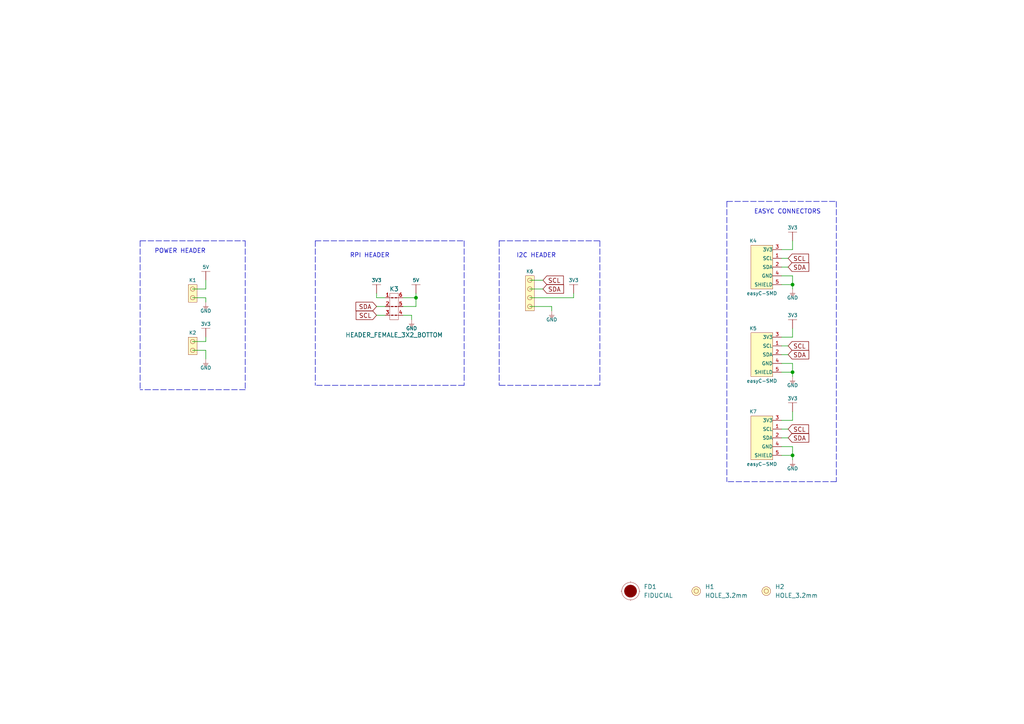
<source format=kicad_sch>
(kicad_sch (version 20211123) (generator eeschema)

  (uuid 0a5b5295-7245-4ac4-bf4a-801d704c0d6e)

  (paper "A4")

  (title_block
    (title "Raspberry Pi easyC adapter")
    (date "2021-07-12")
    (rev "V1.1.1.")
    (company "SOLDERED")
    (comment 1 "333019")
  )

  (lib_symbols
    (symbol "e-radionica.com schematics:3V3" (power) (pin_names (offset 0)) (in_bom yes) (on_board yes)
      (property "Reference" "#PWR" (id 0) (at 4.445 0 0)
        (effects (font (size 1 1)) hide)
      )
      (property "Value" "3V3" (id 1) (at 0 3.556 0)
        (effects (font (size 1 1)))
      )
      (property "Footprint" "" (id 2) (at 4.445 3.81 0)
        (effects (font (size 1 1)) hide)
      )
      (property "Datasheet" "" (id 3) (at 4.445 3.81 0)
        (effects (font (size 1 1)) hide)
      )
      (property "ki_keywords" "power-flag" (id 4) (at 0 0 0)
        (effects (font (size 1.27 1.27)) hide)
      )
      (property "ki_description" "Power symbol creates a global label with name \"+3V3\"" (id 5) (at 0 0 0)
        (effects (font (size 1.27 1.27)) hide)
      )
      (symbol "3V3_0_1"
        (polyline
          (pts
            (xy -1.27 2.54)
            (xy 1.27 2.54)
          )
          (stroke (width 0.0006) (type default) (color 0 0 0 0))
          (fill (type none))
        )
        (polyline
          (pts
            (xy 0 0)
            (xy 0 2.54)
          )
          (stroke (width 0) (type default) (color 0 0 0 0))
          (fill (type none))
        )
      )
      (symbol "3V3_1_1"
        (pin power_in line (at 0 0 90) (length 0) hide
          (name "3V3" (effects (font (size 1.27 1.27))))
          (number "1" (effects (font (size 1.27 1.27))))
        )
      )
    )
    (symbol "e-radionica.com schematics:5V" (power) (pin_names (offset 0)) (in_bom yes) (on_board yes)
      (property "Reference" "#PWR" (id 0) (at 4.445 0 0)
        (effects (font (size 1 1)) hide)
      )
      (property "Value" "5V" (id 1) (at 0 3.556 0)
        (effects (font (size 1 1)))
      )
      (property "Footprint" "" (id 2) (at 4.445 3.81 0)
        (effects (font (size 1 1)) hide)
      )
      (property "Datasheet" "" (id 3) (at 4.445 3.81 0)
        (effects (font (size 1 1)) hide)
      )
      (property "ki_keywords" "power-flag" (id 4) (at 0 0 0)
        (effects (font (size 1.27 1.27)) hide)
      )
      (property "ki_description" "Power symbol creates a global label with name \"+3V3\"" (id 5) (at 0 0 0)
        (effects (font (size 1.27 1.27)) hide)
      )
      (symbol "5V_0_1"
        (polyline
          (pts
            (xy -1.27 2.54)
            (xy 1.27 2.54)
          )
          (stroke (width 0.0006) (type default) (color 0 0 0 0))
          (fill (type none))
        )
        (polyline
          (pts
            (xy 0 0)
            (xy 0 2.54)
          )
          (stroke (width 0) (type default) (color 0 0 0 0))
          (fill (type none))
        )
      )
      (symbol "5V_1_1"
        (pin power_in line (at 0 0 90) (length 0) hide
          (name "5V" (effects (font (size 1.27 1.27))))
          (number "1" (effects (font (size 1.27 1.27))))
        )
      )
    )
    (symbol "e-radionica.com schematics:FIDUCIAL" (in_bom yes) (on_board yes)
      (property "Reference" "FD" (id 0) (at 0 3.81 0)
        (effects (font (size 1.27 1.27)))
      )
      (property "Value" "FIDUCIAL" (id 1) (at 0 -3.81 0)
        (effects (font (size 1.27 1.27)))
      )
      (property "Footprint" "e-radionica.com footprinti:FIDUCIAL_23" (id 2) (at 0.254 -5.334 0)
        (effects (font (size 1.27 1.27)) hide)
      )
      (property "Datasheet" "" (id 3) (at 0 0 0)
        (effects (font (size 1.27 1.27)) hide)
      )
      (symbol "FIDUCIAL_0_1"
        (polyline
          (pts
            (xy -2.54 0)
            (xy -2.794 0)
          )
          (stroke (width 0.0006) (type default) (color 0 0 0 0))
          (fill (type none))
        )
        (polyline
          (pts
            (xy 0 -2.54)
            (xy 0 -2.794)
          )
          (stroke (width 0.0006) (type default) (color 0 0 0 0))
          (fill (type none))
        )
        (polyline
          (pts
            (xy 0 2.54)
            (xy 0 2.794)
          )
          (stroke (width 0.0006) (type default) (color 0 0 0 0))
          (fill (type none))
        )
        (polyline
          (pts
            (xy 2.54 0)
            (xy 2.794 0)
          )
          (stroke (width 0.0006) (type default) (color 0 0 0 0))
          (fill (type none))
        )
        (circle (center 0 0) (radius 1.7961)
          (stroke (width 0.001) (type default) (color 0 0 0 0))
          (fill (type outline))
        )
        (circle (center 0 0) (radius 2.54)
          (stroke (width 0.0006) (type default) (color 0 0 0 0))
          (fill (type none))
        )
      )
    )
    (symbol "e-radionica.com schematics:GND" (power) (pin_names (offset 0)) (in_bom yes) (on_board yes)
      (property "Reference" "#PWR" (id 0) (at 4.445 0 0)
        (effects (font (size 1 1)) hide)
      )
      (property "Value" "GND" (id 1) (at 0 -2.921 0)
        (effects (font (size 1 1)))
      )
      (property "Footprint" "" (id 2) (at 4.445 3.81 0)
        (effects (font (size 1 1)) hide)
      )
      (property "Datasheet" "" (id 3) (at 4.445 3.81 0)
        (effects (font (size 1 1)) hide)
      )
      (property "ki_keywords" "power-flag" (id 4) (at 0 0 0)
        (effects (font (size 1.27 1.27)) hide)
      )
      (property "ki_description" "Power symbol creates a global label with name \"+3V3\"" (id 5) (at 0 0 0)
        (effects (font (size 1.27 1.27)) hide)
      )
      (symbol "GND_0_1"
        (polyline
          (pts
            (xy -0.762 -1.27)
            (xy 0.762 -1.27)
          )
          (stroke (width 0.0006) (type default) (color 0 0 0 0))
          (fill (type none))
        )
        (polyline
          (pts
            (xy -0.635 -1.524)
            (xy 0.635 -1.524)
          )
          (stroke (width 0.0006) (type default) (color 0 0 0 0))
          (fill (type none))
        )
        (polyline
          (pts
            (xy -0.381 -1.778)
            (xy 0.381 -1.778)
          )
          (stroke (width 0.0006) (type default) (color 0 0 0 0))
          (fill (type none))
        )
        (polyline
          (pts
            (xy -0.127 -2.032)
            (xy 0.127 -2.032)
          )
          (stroke (width 0.0006) (type default) (color 0 0 0 0))
          (fill (type none))
        )
        (polyline
          (pts
            (xy 0 0)
            (xy 0 -1.27)
          )
          (stroke (width 0.0006) (type default) (color 0 0 0 0))
          (fill (type none))
        )
      )
      (symbol "GND_1_1"
        (pin power_in line (at 0 0 270) (length 0) hide
          (name "GND" (effects (font (size 1.27 1.27))))
          (number "1" (effects (font (size 1.27 1.27))))
        )
      )
    )
    (symbol "e-radionica.com schematics:HEADER_FEMALE_3X2_BOTTOM" (in_bom yes) (on_board yes)
      (property "Reference" "K" (id 0) (at 0 -5.08 0)
        (effects (font (size 1.27 1.27)))
      )
      (property "Value" "HEADER_FEMALE_3X2_BOTTOM" (id 1) (at 0 5.08 0)
        (effects (font (size 1.27 1.27)))
      )
      (property "Footprint" "e-radionica.com footprinti:HEADER_FEMALE_3X2_BOTTOM" (id 2) (at 0 -6.35 0)
        (effects (font (size 1.27 1.27)) hide)
      )
      (property "Datasheet" "" (id 3) (at 0 0 0)
        (effects (font (size 1.27 1.27)) hide)
      )
      (symbol "HEADER_FEMALE_3X2_BOTTOM_0_1"
        (rectangle (start -1.27 3.81) (end 1.27 -3.81)
          (stroke (width 0.0006) (type default) (color 0 0 0 0))
          (fill (type none))
        )
        (polyline
          (pts
            (xy -1.27 -2.54)
            (xy -0.635 -2.54)
          )
          (stroke (width 0.0006) (type default) (color 0 0 0 0))
          (fill (type none))
        )
        (polyline
          (pts
            (xy -1.27 0)
            (xy -0.635 0)
          )
          (stroke (width 0.0006) (type default) (color 0 0 0 0))
          (fill (type none))
        )
        (polyline
          (pts
            (xy -1.27 2.54)
            (xy -0.635 2.54)
          )
          (stroke (width 0.0006) (type default) (color 0 0 0 0))
          (fill (type none))
        )
        (polyline
          (pts
            (xy -0.762 -2.54)
            (xy -0.254 -2.54)
          )
          (stroke (width 0.3) (type default) (color 0 0 0 0))
          (fill (type none))
        )
        (polyline
          (pts
            (xy -0.762 0)
            (xy -0.254 0)
          )
          (stroke (width 0.3) (type default) (color 0 0 0 0))
          (fill (type none))
        )
        (polyline
          (pts
            (xy -0.762 2.54)
            (xy -0.254 2.54)
          )
          (stroke (width 0.3) (type default) (color 0 0 0 0))
          (fill (type none))
        )
        (polyline
          (pts
            (xy 0.254 -2.54)
            (xy 0.762 -2.54)
          )
          (stroke (width 0.3) (type default) (color 0 0 0 0))
          (fill (type none))
        )
        (polyline
          (pts
            (xy 0.254 0)
            (xy 0.762 0)
          )
          (stroke (width 0.3) (type default) (color 0 0 0 0))
          (fill (type none))
        )
        (polyline
          (pts
            (xy 0.254 2.54)
            (xy 0.762 2.54)
          )
          (stroke (width 0.3) (type default) (color 0 0 0 0))
          (fill (type none))
        )
        (polyline
          (pts
            (xy 1.27 -2.54)
            (xy 0.635 -2.54)
          )
          (stroke (width 0.0006) (type default) (color 0 0 0 0))
          (fill (type none))
        )
        (polyline
          (pts
            (xy 1.27 0)
            (xy 0.635 0)
          )
          (stroke (width 0.0006) (type default) (color 0 0 0 0))
          (fill (type none))
        )
        (polyline
          (pts
            (xy 1.27 2.54)
            (xy 0.635 2.54)
          )
          (stroke (width 0.0006) (type default) (color 0 0 0 0))
          (fill (type none))
        )
      )
      (symbol "HEADER_FEMALE_3X2_BOTTOM_1_1"
        (pin passive line (at -2.54 2.54 0) (length 1.27)
          (name "~" (effects (font (size 1 1))))
          (number "1" (effects (font (size 1 1))))
        )
        (pin passive line (at -2.54 0 0) (length 1.27)
          (name "~" (effects (font (size 1 1))))
          (number "2" (effects (font (size 1 1))))
        )
        (pin passive line (at -2.54 -2.54 0) (length 1.27)
          (name "~" (effects (font (size 1 1))))
          (number "3" (effects (font (size 1 1))))
        )
        (pin passive line (at 2.54 -2.54 180) (length 1.27)
          (name "~" (effects (font (size 1 1))))
          (number "4" (effects (font (size 1 1))))
        )
        (pin passive line (at 2.54 0 180) (length 1.27)
          (name "~" (effects (font (size 1 1))))
          (number "5" (effects (font (size 1 1))))
        )
        (pin passive line (at 2.54 2.54 180) (length 1.27)
          (name "~" (effects (font (size 1 1))))
          (number "6" (effects (font (size 1 1))))
        )
      )
    )
    (symbol "e-radionica.com schematics:HEADER_MALE_2X1" (pin_numbers hide) (pin_names hide) (in_bom yes) (on_board yes)
      (property "Reference" "K" (id 0) (at -1.27 5.08 0)
        (effects (font (size 1 1)))
      )
      (property "Value" "HEADER_MALE_2X1" (id 1) (at 0 -2.54 0)
        (effects (font (size 1 1)))
      )
      (property "Footprint" "e-radionica.com footprinti:HEADER_MALE_2X1" (id 2) (at 0 0 0)
        (effects (font (size 1 1)) hide)
      )
      (property "Datasheet" "" (id 3) (at 0 0 0)
        (effects (font (size 1 1)) hide)
      )
      (symbol "HEADER_MALE_2X1_0_1"
        (circle (center 0 0) (radius 0.635)
          (stroke (width 0.0006) (type default) (color 0 0 0 0))
          (fill (type none))
        )
        (circle (center 0 2.54) (radius 0.635)
          (stroke (width 0.0006) (type default) (color 0 0 0 0))
          (fill (type none))
        )
        (rectangle (start 1.27 -1.27) (end -1.27 3.81)
          (stroke (width 0.001) (type default) (color 0 0 0 0))
          (fill (type background))
        )
      )
      (symbol "HEADER_MALE_2X1_1_1"
        (pin passive line (at 0 0 180) (length 0)
          (name "~" (effects (font (size 1 1))))
          (number "1" (effects (font (size 1 1))))
        )
        (pin passive line (at 0 2.54 180) (length 0)
          (name "~" (effects (font (size 1 1))))
          (number "2" (effects (font (size 1 1))))
        )
      )
    )
    (symbol "e-radionica.com schematics:HEADER_MALE_4X1" (pin_numbers hide) (pin_names hide) (in_bom yes) (on_board yes)
      (property "Reference" "K" (id 0) (at -0.635 7.62 0)
        (effects (font (size 1 1)))
      )
      (property "Value" "HEADER_MALE_4X1" (id 1) (at 0 -5.08 0)
        (effects (font (size 1 1)))
      )
      (property "Footprint" "e-radionica.com footprinti:HEADER_MALE_4X1" (id 2) (at 0 -2.54 0)
        (effects (font (size 1 1)) hide)
      )
      (property "Datasheet" "" (id 3) (at 0 -2.54 0)
        (effects (font (size 1 1)) hide)
      )
      (symbol "HEADER_MALE_4X1_0_1"
        (circle (center 0 -2.54) (radius 0.635)
          (stroke (width 0.0006) (type default) (color 0 0 0 0))
          (fill (type none))
        )
        (circle (center 0 0) (radius 0.635)
          (stroke (width 0.0006) (type default) (color 0 0 0 0))
          (fill (type none))
        )
        (circle (center 0 2.54) (radius 0.635)
          (stroke (width 0.0006) (type default) (color 0 0 0 0))
          (fill (type none))
        )
        (circle (center 0 5.08) (radius 0.635)
          (stroke (width 0.0006) (type default) (color 0 0 0 0))
          (fill (type none))
        )
        (rectangle (start 1.27 -3.81) (end -1.27 6.35)
          (stroke (width 0.001) (type default) (color 0 0 0 0))
          (fill (type background))
        )
      )
      (symbol "HEADER_MALE_4X1_1_1"
        (pin passive line (at 0 -2.54 180) (length 0)
          (name "~" (effects (font (size 1 1))))
          (number "1" (effects (font (size 1 1))))
        )
        (pin passive line (at 0 0 180) (length 0)
          (name "~" (effects (font (size 1 1))))
          (number "2" (effects (font (size 1 1))))
        )
        (pin passive line (at 0 2.54 180) (length 0)
          (name "~" (effects (font (size 1 1))))
          (number "3" (effects (font (size 1 1))))
        )
        (pin passive line (at 0 5.08 180) (length 0)
          (name "~" (effects (font (size 1 1))))
          (number "4" (effects (font (size 1 1))))
        )
      )
    )
    (symbol "e-radionica.com schematics:HOLE_3.2mm" (pin_numbers hide) (pin_names hide) (in_bom yes) (on_board yes)
      (property "Reference" "H" (id 0) (at 0 2.54 0)
        (effects (font (size 1.27 1.27)))
      )
      (property "Value" "HOLE_3.2mm" (id 1) (at 0 -2.54 0)
        (effects (font (size 1.27 1.27)))
      )
      (property "Footprint" "e-radionica.com footprinti:HOLE_3.2mm" (id 2) (at 0 0 0)
        (effects (font (size 1.27 1.27)) hide)
      )
      (property "Datasheet" "" (id 3) (at 0 0 0)
        (effects (font (size 1.27 1.27)) hide)
      )
      (symbol "HOLE_3.2mm_0_1"
        (circle (center 0 0) (radius 0.635)
          (stroke (width 0.0006) (type default) (color 0 0 0 0))
          (fill (type none))
        )
        (circle (center 0 0) (radius 1.27)
          (stroke (width 0.001) (type default) (color 0 0 0 0))
          (fill (type background))
        )
      )
    )
    (symbol "e-radionica.com schematics:easyC-SMD" (pin_names (offset 0.002)) (in_bom yes) (on_board yes)
      (property "Reference" "K" (id 0) (at -2.54 10.16 0)
        (effects (font (size 1 1)))
      )
      (property "Value" "easyC-SMD" (id 1) (at 0 -5.08 0)
        (effects (font (size 1 1)))
      )
      (property "Footprint" "e-radionica.com footprinti:easyC-connector" (id 2) (at 3.175 2.54 0)
        (effects (font (size 1 1)) hide)
      )
      (property "Datasheet" "" (id 3) (at 3.175 2.54 0)
        (effects (font (size 1 1)) hide)
      )
      (symbol "easyC-SMD_0_1"
        (rectangle (start -3.175 8.89) (end 3.175 -3.81)
          (stroke (width 0.001) (type default) (color 0 0 0 0))
          (fill (type background))
        )
      )
      (symbol "easyC-SMD_1_1"
        (pin passive line (at 5.715 5.08 180) (length 2.54)
          (name "SCL" (effects (font (size 1 1))))
          (number "1" (effects (font (size 1 1))))
        )
        (pin passive line (at 5.715 2.54 180) (length 2.54)
          (name "SDA" (effects (font (size 1 1))))
          (number "2" (effects (font (size 1 1))))
        )
        (pin passive line (at 5.715 7.62 180) (length 2.54)
          (name "3V3" (effects (font (size 1 1))))
          (number "3" (effects (font (size 1 1))))
        )
        (pin passive line (at 5.715 0 180) (length 2.54)
          (name "GND" (effects (font (size 1 1))))
          (number "4" (effects (font (size 1 1))))
        )
        (pin passive line (at 5.715 -2.54 180) (length 2.54)
          (name "SHIELD" (effects (font (size 1 1))))
          (number "5" (effects (font (size 1 1))))
        )
      )
    )
  )

  (junction (at 229.87 82.55) (diameter 0.9144) (color 0 0 0 0)
    (uuid 2f215f15-3d52-4c91-93e6-3ea03a95622f)
  )
  (junction (at 120.65 86.36) (diameter 0.9144) (color 0 0 0 0)
    (uuid 61fe293f-6808-4b7f-9340-9aaac7054a97)
  )
  (junction (at 229.87 107.95) (diameter 0.9144) (color 0 0 0 0)
    (uuid 8da933a9-35f8-42e6-8504-d1bab7264306)
  )
  (junction (at 229.87 132.08) (diameter 0.9144) (color 0 0 0 0)
    (uuid bd5408e4-362d-4e43-9d39-78fb99eb52c8)
  )

  (wire (pts (xy 226.695 132.08) (xy 229.87 132.08))
    (stroke (width 0) (type solid) (color 0 0 0 0))
    (uuid 1ce9c682-b5d0-49d3-9ec4-bbec5c9651e5)
  )
  (wire (pts (xy 116.84 91.44) (xy 119.38 91.44))
    (stroke (width 0) (type solid) (color 0 0 0 0))
    (uuid 2704af6f-843d-4030-89b2-7c240ee87e6a)
  )
  (wire (pts (xy 119.38 91.44) (xy 119.38 92.71))
    (stroke (width 0) (type solid) (color 0 0 0 0))
    (uuid 2704af6f-843d-4030-89b2-7c240ee87e6b)
  )
  (polyline (pts (xy 144.78 69.85) (xy 144.78 111.76))
    (stroke (width 0) (type dash) (color 0 0 0 0))
    (uuid 29d4157f-4adc-4f99-a004-bec4f9716568)
  )
  (polyline (pts (xy 144.78 69.85) (xy 173.99 69.85))
    (stroke (width 0) (type dash) (color 0 0 0 0))
    (uuid 29d4157f-4adc-4f99-a004-bec4f9716569)
  )
  (polyline (pts (xy 173.99 69.85) (xy 173.99 111.76))
    (stroke (width 0) (type dash) (color 0 0 0 0))
    (uuid 29d4157f-4adc-4f99-a004-bec4f971656a)
  )
  (polyline (pts (xy 173.99 111.76) (xy 144.78 111.76))
    (stroke (width 0) (type dash) (color 0 0 0 0))
    (uuid 29d4157f-4adc-4f99-a004-bec4f971656b)
  )

  (wire (pts (xy 109.22 91.44) (xy 111.76 91.44))
    (stroke (width 0) (type solid) (color 0 0 0 0))
    (uuid 2a59c9c5-49e4-4fd8-9c85-2b6fef29e6e8)
  )
  (wire (pts (xy 226.695 127) (xy 228.6 127))
    (stroke (width 0) (type solid) (color 0 0 0 0))
    (uuid 30350cdd-7f19-407a-972d-cfb9af6e590a)
  )
  (wire (pts (xy 226.695 102.87) (xy 228.6 102.87))
    (stroke (width 0) (type solid) (color 0 0 0 0))
    (uuid 3195482c-f12a-4b42-a397-05701b22be64)
  )
  (wire (pts (xy 226.695 107.95) (xy 229.87 107.95))
    (stroke (width 0) (type solid) (color 0 0 0 0))
    (uuid 35d57795-e2a3-4a10-a707-49b41739e62e)
  )
  (wire (pts (xy 116.84 88.9) (xy 120.65 88.9))
    (stroke (width 0) (type solid) (color 0 0 0 0))
    (uuid 35fb88c0-5e8b-46ab-b262-2a780208f71e)
  )
  (wire (pts (xy 120.65 88.9) (xy 120.65 86.36))
    (stroke (width 0) (type solid) (color 0 0 0 0))
    (uuid 35fb88c0-5e8b-46ab-b262-2a780208f71f)
  )
  (wire (pts (xy 55.88 83.82) (xy 59.69 83.82))
    (stroke (width 0) (type solid) (color 0 0 0 0))
    (uuid 4084688e-457e-4bea-a201-7f4ea81299d0)
  )
  (wire (pts (xy 59.69 83.82) (xy 59.69 81.28))
    (stroke (width 0) (type solid) (color 0 0 0 0))
    (uuid 4084688e-457e-4bea-a201-7f4ea81299d1)
  )
  (wire (pts (xy 116.84 86.36) (xy 120.65 86.36))
    (stroke (width 0) (type solid) (color 0 0 0 0))
    (uuid 40db10d1-1507-44d8-88cb-b7a0a0492c14)
  )
  (wire (pts (xy 120.65 86.36) (xy 120.65 85.09))
    (stroke (width 0) (type solid) (color 0 0 0 0))
    (uuid 40db10d1-1507-44d8-88cb-b7a0a0492c15)
  )
  (wire (pts (xy 153.67 83.82) (xy 157.48 83.82))
    (stroke (width 0) (type solid) (color 0 0 0 0))
    (uuid 48d06471-e9b6-4e37-9ca8-f609f4bc1ce6)
  )
  (wire (pts (xy 229.87 107.95) (xy 229.87 109.22))
    (stroke (width 0) (type solid) (color 0 0 0 0))
    (uuid 4c1ac4a4-f2ac-40b4-986b-6fc345ecebca)
  )
  (polyline (pts (xy 91.44 69.85) (xy 91.44 111.76))
    (stroke (width 0) (type dash) (color 0 0 0 0))
    (uuid 51a64af8-f8d0-4e81-9c28-95586ded1171)
  )
  (polyline (pts (xy 91.44 69.85) (xy 134.62 69.85))
    (stroke (width 0) (type dash) (color 0 0 0 0))
    (uuid 51a64af8-f8d0-4e81-9c28-95586ded1172)
  )
  (polyline (pts (xy 134.62 69.85) (xy 134.62 111.76))
    (stroke (width 0) (type dash) (color 0 0 0 0))
    (uuid 51a64af8-f8d0-4e81-9c28-95586ded1173)
  )
  (polyline (pts (xy 134.62 111.76) (xy 91.44 111.76))
    (stroke (width 0) (type dash) (color 0 0 0 0))
    (uuid 51a64af8-f8d0-4e81-9c28-95586ded1174)
  )
  (polyline (pts (xy 210.82 58.42) (xy 210.82 139.7))
    (stroke (width 0) (type dash) (color 0 0 0 0))
    (uuid 564cd106-b093-4db6-9b7c-651a6c1aff06)
  )
  (polyline (pts (xy 210.82 58.42) (xy 242.57 58.42))
    (stroke (width 0) (type dash) (color 0 0 0 0))
    (uuid 564cd106-b093-4db6-9b7c-651a6c1aff07)
  )
  (polyline (pts (xy 242.57 58.42) (xy 242.57 139.7))
    (stroke (width 0) (type dash) (color 0 0 0 0))
    (uuid 564cd106-b093-4db6-9b7c-651a6c1aff08)
  )
  (polyline (pts (xy 242.57 139.7) (xy 210.82 139.7))
    (stroke (width 0) (type dash) (color 0 0 0 0))
    (uuid 564cd106-b093-4db6-9b7c-651a6c1aff09)
  )

  (wire (pts (xy 229.87 105.41) (xy 229.87 107.95))
    (stroke (width 0) (type solid) (color 0 0 0 0))
    (uuid 5bb41c59-0f51-435a-9295-212d1f160145)
  )
  (wire (pts (xy 229.87 129.54) (xy 229.87 132.08))
    (stroke (width 0) (type solid) (color 0 0 0 0))
    (uuid 5fab1715-9cd6-446c-8970-01699e3d9fbd)
  )
  (wire (pts (xy 226.695 97.79) (xy 229.87 97.79))
    (stroke (width 0) (type solid) (color 0 0 0 0))
    (uuid 60a36a10-2e3d-4cb7-a935-bfd322d1649a)
  )
  (wire (pts (xy 55.88 101.6) (xy 59.69 101.6))
    (stroke (width 0) (type solid) (color 0 0 0 0))
    (uuid 61fe55b6-ecff-42e2-b58d-714e1215498a)
  )
  (wire (pts (xy 59.69 101.6) (xy 59.69 104.14))
    (stroke (width 0) (type solid) (color 0 0 0 0))
    (uuid 61fe55b6-ecff-42e2-b58d-714e1215498b)
  )
  (wire (pts (xy 153.67 81.28) (xy 157.48 81.28))
    (stroke (width 0) (type solid) (color 0 0 0 0))
    (uuid 63f87237-471f-4f9c-9cde-7831f5bf55e2)
  )
  (wire (pts (xy 226.695 77.47) (xy 228.6 77.47))
    (stroke (width 0) (type solid) (color 0 0 0 0))
    (uuid 69f274f3-cee6-42a2-af90-1f25909a44ef)
  )
  (wire (pts (xy 226.695 129.54) (xy 229.87 129.54))
    (stroke (width 0) (type solid) (color 0 0 0 0))
    (uuid 6a63132a-3b1f-4282-94ea-5d1feae73542)
  )
  (wire (pts (xy 229.87 132.08) (xy 229.87 133.35))
    (stroke (width 0) (type solid) (color 0 0 0 0))
    (uuid 7088d52f-2267-4564-afde-9ada84c6ff75)
  )
  (wire (pts (xy 109.22 86.36) (xy 109.22 85.09))
    (stroke (width 0) (type solid) (color 0 0 0 0))
    (uuid 744f1116-e350-4e0d-a76e-a79fb0f6049c)
  )
  (wire (pts (xy 111.76 86.36) (xy 109.22 86.36))
    (stroke (width 0) (type solid) (color 0 0 0 0))
    (uuid 744f1116-e350-4e0d-a76e-a79fb0f6049d)
  )
  (wire (pts (xy 226.695 121.92) (xy 229.87 121.92))
    (stroke (width 0) (type solid) (color 0 0 0 0))
    (uuid 88b429e8-2e36-44cc-8a25-3ace9d30a554)
  )
  (wire (pts (xy 153.67 86.36) (xy 166.37 86.36))
    (stroke (width 0) (type solid) (color 0 0 0 0))
    (uuid 88bf19ce-66fb-4157-8e2c-74e787b4ce64)
  )
  (wire (pts (xy 166.37 86.36) (xy 166.37 85.09))
    (stroke (width 0) (type solid) (color 0 0 0 0))
    (uuid 88bf19ce-66fb-4157-8e2c-74e787b4ce65)
  )
  (wire (pts (xy 109.22 88.9) (xy 111.76 88.9))
    (stroke (width 0) (type solid) (color 0 0 0 0))
    (uuid 916b8fc3-6c48-47a5-bd79-ac7fbc87ce5a)
  )
  (wire (pts (xy 229.87 97.79) (xy 229.87 95.25))
    (stroke (width 0) (type solid) (color 0 0 0 0))
    (uuid 91af1956-57f3-4aa1-aa7a-ea5a596384ae)
  )
  (wire (pts (xy 226.695 72.39) (xy 229.87 72.39))
    (stroke (width 0) (type solid) (color 0 0 0 0))
    (uuid a41df124-eb55-40d3-aa80-ebdf4da6c2cc)
  )
  (wire (pts (xy 229.87 72.39) (xy 229.87 69.85))
    (stroke (width 0) (type solid) (color 0 0 0 0))
    (uuid a41df124-eb55-40d3-aa80-ebdf4da6c2cd)
  )
  (wire (pts (xy 55.88 99.06) (xy 59.69 99.06))
    (stroke (width 0) (type solid) (color 0 0 0 0))
    (uuid a5bdebb9-1e2d-480f-b9c7-a1dfdf96133f)
  )
  (wire (pts (xy 59.69 99.06) (xy 59.69 97.79))
    (stroke (width 0) (type solid) (color 0 0 0 0))
    (uuid a5bdebb9-1e2d-480f-b9c7-a1dfdf961340)
  )
  (wire (pts (xy 226.695 82.55) (xy 229.87 82.55))
    (stroke (width 0) (type solid) (color 0 0 0 0))
    (uuid b039ac6b-21b6-4346-adba-6b59f83fb07c)
  )
  (wire (pts (xy 229.87 82.55) (xy 229.87 83.82))
    (stroke (width 0) (type solid) (color 0 0 0 0))
    (uuid b039ac6b-21b6-4346-adba-6b59f83fb07d)
  )
  (wire (pts (xy 226.695 100.33) (xy 228.6 100.33))
    (stroke (width 0) (type solid) (color 0 0 0 0))
    (uuid b19aff4c-32af-473d-af7a-6b95d0ed64d7)
  )
  (wire (pts (xy 226.695 80.01) (xy 229.87 80.01))
    (stroke (width 0) (type solid) (color 0 0 0 0))
    (uuid bf24cf43-65b1-44cb-b4b7-0243a39392cc)
  )
  (wire (pts (xy 229.87 80.01) (xy 229.87 82.55))
    (stroke (width 0) (type solid) (color 0 0 0 0))
    (uuid bf24cf43-65b1-44cb-b4b7-0243a39392cd)
  )
  (wire (pts (xy 153.67 88.9) (xy 160.02 88.9))
    (stroke (width 0) (type solid) (color 0 0 0 0))
    (uuid bfc87ee8-a1bb-4a39-bcb8-a2e53aa7c617)
  )
  (wire (pts (xy 160.02 88.9) (xy 160.02 90.17))
    (stroke (width 0) (type solid) (color 0 0 0 0))
    (uuid bfc87ee8-a1bb-4a39-bcb8-a2e53aa7c618)
  )
  (wire (pts (xy 229.87 121.92) (xy 229.87 119.38))
    (stroke (width 0) (type solid) (color 0 0 0 0))
    (uuid c75c49c0-7b6d-49a1-8ca3-1274b21aa78c)
  )
  (wire (pts (xy 55.88 86.36) (xy 59.69 86.36))
    (stroke (width 0) (type solid) (color 0 0 0 0))
    (uuid c8d16f98-55ed-4bb5-bcbb-9e1d6c9b6899)
  )
  (wire (pts (xy 59.69 86.36) (xy 59.69 87.63))
    (stroke (width 0) (type solid) (color 0 0 0 0))
    (uuid c8d16f98-55ed-4bb5-bcbb-9e1d6c9b689a)
  )
  (wire (pts (xy 226.695 74.93) (xy 228.6 74.93))
    (stroke (width 0) (type solid) (color 0 0 0 0))
    (uuid d5478f63-cf29-4bce-a8eb-cf73e8af9183)
  )
  (wire (pts (xy 226.695 105.41) (xy 229.87 105.41))
    (stroke (width 0) (type solid) (color 0 0 0 0))
    (uuid d88362ae-c6c0-47a9-bf5e-426d87d178e5)
  )
  (wire (pts (xy 226.695 124.46) (xy 228.6 124.46))
    (stroke (width 0) (type solid) (color 0 0 0 0))
    (uuid d8f78c47-27de-4184-a8fd-43aa90b960f3)
  )
  (polyline (pts (xy 40.64 69.85) (xy 40.64 113.03))
    (stroke (width 0) (type dash) (color 0 0 0 0))
    (uuid f502a2d1-fec7-4599-87ac-977659b250c2)
  )
  (polyline (pts (xy 40.64 69.85) (xy 71.12 69.85))
    (stroke (width 0) (type dash) (color 0 0 0 0))
    (uuid f502a2d1-fec7-4599-87ac-977659b250c3)
  )
  (polyline (pts (xy 71.12 69.85) (xy 71.12 113.03))
    (stroke (width 0) (type dash) (color 0 0 0 0))
    (uuid f502a2d1-fec7-4599-87ac-977659b250c4)
  )
  (polyline (pts (xy 71.12 113.03) (xy 40.64 113.03))
    (stroke (width 0) (type dash) (color 0 0 0 0))
    (uuid f502a2d1-fec7-4599-87ac-977659b250c5)
  )

  (text "POWER HEADER" (at 59.69 73.66 180)
    (effects (font (size 1.27 1.27)) (justify right bottom))
    (uuid 3c8a10f2-04b8-463b-9691-c477b5bea294)
  )
  (text "RPI HEADER" (at 113.03 74.93 180)
    (effects (font (size 1.27 1.27)) (justify right bottom))
    (uuid 5c7109e8-d1a5-481a-b769-481bd96adc3e)
  )
  (text "I2C HEADER" (at 161.29 74.93 180)
    (effects (font (size 1.27 1.27)) (justify right bottom))
    (uuid 77683e88-7b54-4c21-9370-4b7c02a347f9)
  )
  (text "EASYC CONNECTORS" (at 238.125 62.23 180)
    (effects (font (size 1.27 1.27)) (justify right bottom))
    (uuid cadfbd10-2ce0-48bc-bfb5-c9ed91664195)
  )

  (global_label "SCL" (shape input) (at 228.6 74.93 0)
    (effects (font (size 1.27 1.27)) (justify left))
    (uuid 04023142-c73f-4283-a987-9555697b191f)
    (property "Intersheet References" "${INTERSHEET_REFS}" (id 0) (at 236.0447 74.8506 0)
      (effects (font (size 1.27 1.27)) (justify left) hide)
    )
  )
  (global_label "SDA" (shape input) (at 157.48 83.82 0)
    (effects (font (size 1.27 1.27)) (justify left))
    (uuid 14229223-0b4f-4280-aeb2-5beb08f74cd6)
    (property "Intersheet References" "${INTERSHEET_REFS}" (id 0) (at 164.9852 83.8994 0)
      (effects (font (size 1.27 1.27)) (justify left) hide)
    )
  )
  (global_label "SCL" (shape input) (at 157.48 81.28 0)
    (effects (font (size 1.27 1.27)) (justify left))
    (uuid 1aefdd16-9407-42f5-81be-f78eed71e442)
    (property "Intersheet References" "${INTERSHEET_REFS}" (id 0) (at 164.9247 81.3594 0)
      (effects (font (size 1.27 1.27)) (justify left) hide)
    )
  )
  (global_label "SCL" (shape input) (at 228.6 124.46 0)
    (effects (font (size 1.27 1.27)) (justify left))
    (uuid 5309bb30-7463-4c61-8fce-20753e9cfc24)
    (property "Intersheet References" "${INTERSHEET_REFS}" (id 0) (at 236.0447 124.3806 0)
      (effects (font (size 1.27 1.27)) (justify left) hide)
    )
  )
  (global_label "SCL" (shape input) (at 228.6 100.33 0)
    (effects (font (size 1.27 1.27)) (justify left))
    (uuid 687d828b-bf0e-4487-8fc3-541c9843b5d8)
    (property "Intersheet References" "${INTERSHEET_REFS}" (id 0) (at 236.0447 100.2506 0)
      (effects (font (size 1.27 1.27)) (justify left) hide)
    )
  )
  (global_label "SDA" (shape input) (at 228.6 127 0)
    (effects (font (size 1.27 1.27)) (justify left))
    (uuid a2a9e89e-67e0-4344-b076-598802d00a07)
    (property "Intersheet References" "${INTERSHEET_REFS}" (id 0) (at 236.1052 126.9206 0)
      (effects (font (size 1.27 1.27)) (justify left) hide)
    )
  )
  (global_label "SDA" (shape input) (at 228.6 77.47 0)
    (effects (font (size 1.27 1.27)) (justify left))
    (uuid b2141a5b-da05-4328-b2a9-03433cb1c6cf)
    (property "Intersheet References" "${INTERSHEET_REFS}" (id 0) (at 236.1052 77.3906 0)
      (effects (font (size 1.27 1.27)) (justify left) hide)
    )
  )
  (global_label "SDA" (shape input) (at 109.22 88.9 180)
    (effects (font (size 1.27 1.27)) (justify right))
    (uuid d67a7635-54d0-46e4-9d41-f15b99d34966)
    (property "Intersheet References" "${INTERSHEET_REFS}" (id 0) (at 101.7148 88.8206 0)
      (effects (font (size 1.27 1.27)) (justify right) hide)
    )
  )
  (global_label "SDA" (shape input) (at 228.6 102.87 0)
    (effects (font (size 1.27 1.27)) (justify left))
    (uuid de14096e-3e3f-4315-bf8f-3b0eadb83a25)
    (property "Intersheet References" "${INTERSHEET_REFS}" (id 0) (at 236.1052 102.7906 0)
      (effects (font (size 1.27 1.27)) (justify left) hide)
    )
  )
  (global_label "SCL" (shape input) (at 109.22 91.44 180)
    (effects (font (size 1.27 1.27)) (justify right))
    (uuid eabfda02-a607-4fac-ac03-714bf25aa487)
    (property "Intersheet References" "${INTERSHEET_REFS}" (id 0) (at 101.7753 91.3606 0)
      (effects (font (size 1.27 1.27)) (justify right) hide)
    )
  )

  (symbol (lib_id "e-radionica.com schematics:GND") (at 119.38 92.71 0) (unit 1)
    (in_bom yes) (on_board yes)
    (uuid 0193c36c-9bb3-48c2-b004-b44333a4d061)
    (property "Reference" "#PWR06" (id 0) (at 123.825 92.71 0)
      (effects (font (size 1 1)) hide)
    )
    (property "Value" "GND" (id 1) (at 119.38 95.25 0)
      (effects (font (size 1 1)))
    )
    (property "Footprint" "" (id 2) (at 123.825 88.9 0)
      (effects (font (size 1 1)) hide)
    )
    (property "Datasheet" "" (id 3) (at 123.825 88.9 0)
      (effects (font (size 1 1)) hide)
    )
    (pin "1" (uuid b57160be-b13c-43f9-983b-d1de5529042e))
  )

  (symbol (lib_id "e-radionica.com schematics:3V3") (at 229.87 95.25 0) (unit 1)
    (in_bom yes) (on_board yes)
    (uuid 0514bbf9-041f-4749-b20d-7c615046c861)
    (property "Reference" "#PWR010" (id 0) (at 234.315 95.25 0)
      (effects (font (size 1 1)) hide)
    )
    (property "Value" "3V3" (id 1) (at 229.87 91.44 0)
      (effects (font (size 1 1)))
    )
    (property "Footprint" "" (id 2) (at 234.315 91.44 0)
      (effects (font (size 1 1)) hide)
    )
    (property "Datasheet" "" (id 3) (at 234.315 91.44 0)
      (effects (font (size 1 1)) hide)
    )
    (pin "1" (uuid 80f3309d-4cad-4342-aaa7-861f5497093d))
  )

  (symbol (lib_id "e-radionica.com schematics:GND") (at 59.69 104.14 0) (unit 1)
    (in_bom yes) (on_board yes)
    (uuid 2049233b-c1fa-45e1-8e68-de4e8ed6944d)
    (property "Reference" "#PWR04" (id 0) (at 64.135 104.14 0)
      (effects (font (size 1 1)) hide)
    )
    (property "Value" "GND" (id 1) (at 59.69 106.68 0)
      (effects (font (size 1 1)))
    )
    (property "Footprint" "" (id 2) (at 64.135 100.33 0)
      (effects (font (size 1 1)) hide)
    )
    (property "Datasheet" "" (id 3) (at 64.135 100.33 0)
      (effects (font (size 1 1)) hide)
    )
    (pin "1" (uuid b57160be-b13c-43f9-983b-d1de5529042d))
  )

  (symbol (lib_id "e-radionica.com schematics:3V3") (at 229.87 69.85 0) (unit 1)
    (in_bom yes) (on_board yes)
    (uuid 24f72c85-fdf5-4937-a217-ef87d734eb6d)
    (property "Reference" "#PWR08" (id 0) (at 234.315 69.85 0)
      (effects (font (size 1 1)) hide)
    )
    (property "Value" "3V3" (id 1) (at 229.87 66.04 0)
      (effects (font (size 1 1)))
    )
    (property "Footprint" "" (id 2) (at 234.315 66.04 0)
      (effects (font (size 1 1)) hide)
    )
    (property "Datasheet" "" (id 3) (at 234.315 66.04 0)
      (effects (font (size 1 1)) hide)
    )
    (pin "1" (uuid 80f3309d-4cad-4342-aaa7-861f5497093c))
  )

  (symbol (lib_id "e-radionica.com schematics:GND") (at 59.69 87.63 0) (unit 1)
    (in_bom yes) (on_board yes)
    (uuid 3648e4a1-71e6-4bfb-bf57-d9a40eb4c015)
    (property "Reference" "#PWR02" (id 0) (at 64.135 87.63 0)
      (effects (font (size 1 1)) hide)
    )
    (property "Value" "GND" (id 1) (at 59.69 90.17 0)
      (effects (font (size 1 1)))
    )
    (property "Footprint" "" (id 2) (at 64.135 83.82 0)
      (effects (font (size 1 1)) hide)
    )
    (property "Datasheet" "" (id 3) (at 64.135 83.82 0)
      (effects (font (size 1 1)) hide)
    )
    (pin "1" (uuid b57160be-b13c-43f9-983b-d1de5529042c))
  )

  (symbol (lib_id "e-radionica.com schematics:GND") (at 160.02 90.17 0) (unit 1)
    (in_bom yes) (on_board yes)
    (uuid 37613466-a8cc-4264-a6ce-f5676051d717)
    (property "Reference" "#PWR0101" (id 0) (at 164.465 90.17 0)
      (effects (font (size 1 1)) hide)
    )
    (property "Value" "GND" (id 1) (at 160.02 92.71 0)
      (effects (font (size 1 1)))
    )
    (property "Footprint" "" (id 2) (at 164.465 86.36 0)
      (effects (font (size 1 1)) hide)
    )
    (property "Datasheet" "" (id 3) (at 164.465 86.36 0)
      (effects (font (size 1 1)) hide)
    )
    (pin "1" (uuid b57160be-b13c-43f9-983b-d1de5529042f))
  )

  (symbol (lib_id "e-radionica.com schematics:easyC-SMD") (at 220.98 129.54 0) (unit 1)
    (in_bom yes) (on_board yes)
    (uuid 3959eca2-f40b-49cb-8fbd-e8925d17846d)
    (property "Reference" "K7" (id 0) (at 218.44 119.38 0)
      (effects (font (size 1 1)))
    )
    (property "Value" "easyC-SMD" (id 1) (at 220.98 134.62 0)
      (effects (font (size 1 1)))
    )
    (property "Footprint" "e-radionica.com footprinti:easyC-connector" (id 2) (at 224.155 127 0)
      (effects (font (size 1 1)) hide)
    )
    (property "Datasheet" "" (id 3) (at 224.155 127 0)
      (effects (font (size 1 1)) hide)
    )
    (pin "1" (uuid 54489577-d9b9-4641-bd21-d0fe73b1f3aa))
    (pin "2" (uuid 87f40218-a4d1-4d8f-85c7-4df3e259397b))
    (pin "3" (uuid e0e596b5-8e26-44c2-9a34-c911076831c2))
    (pin "4" (uuid f6f0a498-79e4-421c-8945-b3e8cdaf2116))
    (pin "5" (uuid f2e6ccac-1c57-4535-a0ef-720214f82c84))
  )

  (symbol (lib_id "e-radionica.com schematics:GND") (at 229.87 133.35 0) (unit 1)
    (in_bom yes) (on_board yes)
    (uuid 55e4f74b-58ee-4663-b7d5-c9116bfa72f9)
    (property "Reference" "#PWR0104" (id 0) (at 234.315 133.35 0)
      (effects (font (size 1 1)) hide)
    )
    (property "Value" "GND" (id 1) (at 229.87 135.89 0)
      (effects (font (size 1 1)))
    )
    (property "Footprint" "" (id 2) (at 234.315 129.54 0)
      (effects (font (size 1 1)) hide)
    )
    (property "Datasheet" "" (id 3) (at 234.315 129.54 0)
      (effects (font (size 1 1)) hide)
    )
    (pin "1" (uuid b57160be-b13c-43f9-983b-d1de55290432))
  )

  (symbol (lib_id "e-radionica.com schematics:easyC-SMD") (at 220.98 80.01 0) (unit 1)
    (in_bom yes) (on_board yes)
    (uuid 6e3e8713-c6ee-46a3-ac14-8355a9cb9f41)
    (property "Reference" "K4" (id 0) (at 218.44 69.85 0)
      (effects (font (size 1 1)))
    )
    (property "Value" "easyC-SMD" (id 1) (at 220.98 85.09 0)
      (effects (font (size 1 1)))
    )
    (property "Footprint" "e-radionica.com footprinti:easyC-connector" (id 2) (at 224.155 77.47 0)
      (effects (font (size 1 1)) hide)
    )
    (property "Datasheet" "" (id 3) (at 224.155 77.47 0)
      (effects (font (size 1 1)) hide)
    )
    (pin "1" (uuid 54489577-d9b9-4641-bd21-d0fe73b1f3a8))
    (pin "2" (uuid 87f40218-a4d1-4d8f-85c7-4df3e2593979))
    (pin "3" (uuid e0e596b5-8e26-44c2-9a34-c911076831c0))
    (pin "4" (uuid f6f0a498-79e4-421c-8945-b3e8cdaf2114))
    (pin "5" (uuid f2e6ccac-1c57-4535-a0ef-720214f82c82))
  )

  (symbol (lib_id "e-radionica.com schematics:HOLE_3.2mm") (at 201.93 171.45 0) (unit 1)
    (in_bom yes) (on_board yes)
    (uuid 6eb4a6a3-82b1-4e21-aa3a-78755528731c)
    (property "Reference" "H1" (id 0) (at 204.47 170.18 0)
      (effects (font (size 1.27 1.27)) (justify left))
    )
    (property "Value" "HOLE_3.2mm" (id 1) (at 204.47 172.72 0)
      (effects (font (size 1.27 1.27)) (justify left))
    )
    (property "Footprint" "e-radionica.com footprinti:HOLE_3.2mm" (id 2) (at 201.93 171.45 0)
      (effects (font (size 1.27 1.27)) hide)
    )
    (property "Datasheet" "" (id 3) (at 201.93 171.45 0)
      (effects (font (size 1.27 1.27)) hide)
    )
  )

  (symbol (lib_id "e-radionica.com schematics:easyC-SMD") (at 220.98 105.41 0) (unit 1)
    (in_bom yes) (on_board yes)
    (uuid 7de71bc6-c0a0-4030-a007-42dc9b4eee3c)
    (property "Reference" "K5" (id 0) (at 218.44 95.25 0)
      (effects (font (size 1 1)))
    )
    (property "Value" "easyC-SMD" (id 1) (at 220.98 110.49 0)
      (effects (font (size 1 1)))
    )
    (property "Footprint" "e-radionica.com footprinti:easyC-connector" (id 2) (at 224.155 102.87 0)
      (effects (font (size 1 1)) hide)
    )
    (property "Datasheet" "" (id 3) (at 224.155 102.87 0)
      (effects (font (size 1 1)) hide)
    )
    (pin "1" (uuid 54489577-d9b9-4641-bd21-d0fe73b1f3a9))
    (pin "2" (uuid 87f40218-a4d1-4d8f-85c7-4df3e259397a))
    (pin "3" (uuid e0e596b5-8e26-44c2-9a34-c911076831c1))
    (pin "4" (uuid f6f0a498-79e4-421c-8945-b3e8cdaf2115))
    (pin "5" (uuid f2e6ccac-1c57-4535-a0ef-720214f82c83))
  )

  (symbol (lib_id "e-radionica.com schematics:HEADER_MALE_2X1") (at 55.88 101.6 0) (unit 1)
    (in_bom yes) (on_board yes)
    (uuid 7ef98093-0aa2-43c0-b7e9-1c75e032f318)
    (property "Reference" "K2" (id 0) (at 55.88 96.52 0)
      (effects (font (size 1 1)))
    )
    (property "Value" "HEADER_MALE_2X1" (id 1) (at 55.88 104.14 0)
      (effects (font (size 1 1)) hide)
    )
    (property "Footprint" "e-radionica.com footprinti:HEADER_MALE_2X1" (id 2) (at 55.88 101.6 0)
      (effects (font (size 1 1)) hide)
    )
    (property "Datasheet" "" (id 3) (at 55.88 101.6 0)
      (effects (font (size 1 1)) hide)
    )
    (pin "1" (uuid 74146e42-05c8-4da2-aa56-c9c0c372cff3))
    (pin "2" (uuid fc54c31b-fb4d-49db-9027-5f47822ca61e))
  )

  (symbol (lib_id "e-radionica.com schematics:3V3") (at 109.22 85.09 0) (unit 1)
    (in_bom yes) (on_board yes)
    (uuid 81d95483-35e6-4485-b3c5-c08dc5e22df4)
    (property "Reference" "#PWR05" (id 0) (at 113.665 85.09 0)
      (effects (font (size 1 1)) hide)
    )
    (property "Value" "3V3" (id 1) (at 109.22 81.28 0)
      (effects (font (size 1 1)))
    )
    (property "Footprint" "" (id 2) (at 113.665 81.28 0)
      (effects (font (size 1 1)) hide)
    )
    (property "Datasheet" "" (id 3) (at 113.665 81.28 0)
      (effects (font (size 1 1)) hide)
    )
    (pin "1" (uuid 80f3309d-4cad-4342-aaa7-861f5497093a))
  )

  (symbol (lib_id "e-radionica.com schematics:5V") (at 120.65 85.09 0) (unit 1)
    (in_bom yes) (on_board yes)
    (uuid 81ddd705-54df-4b64-ad26-5f6b8ab85a1b)
    (property "Reference" "#PWR07" (id 0) (at 125.095 85.09 0)
      (effects (font (size 1 1)) hide)
    )
    (property "Value" "5V" (id 1) (at 120.65 81.28 0)
      (effects (font (size 1 1)))
    )
    (property "Footprint" "" (id 2) (at 125.095 81.28 0)
      (effects (font (size 1 1)) hide)
    )
    (property "Datasheet" "" (id 3) (at 125.095 81.28 0)
      (effects (font (size 1 1)) hide)
    )
    (pin "1" (uuid 980bc2a6-81e5-4bf1-bc09-0f5b3f561c5b))
  )

  (symbol (lib_id "e-radionica.com schematics:5V") (at 59.69 81.28 0) (unit 1)
    (in_bom yes) (on_board yes)
    (uuid 8fab3060-3af5-457c-903f-60f12297d8b0)
    (property "Reference" "#PWR01" (id 0) (at 64.135 81.28 0)
      (effects (font (size 1 1)) hide)
    )
    (property "Value" "5V" (id 1) (at 59.69 77.47 0)
      (effects (font (size 1 1)))
    )
    (property "Footprint" "" (id 2) (at 64.135 77.47 0)
      (effects (font (size 1 1)) hide)
    )
    (property "Datasheet" "" (id 3) (at 64.135 77.47 0)
      (effects (font (size 1 1)) hide)
    )
    (pin "1" (uuid 980bc2a6-81e5-4bf1-bc09-0f5b3f561c5a))
  )

  (symbol (lib_id "e-radionica.com schematics:3V3") (at 166.37 85.09 0) (unit 1)
    (in_bom yes) (on_board yes)
    (uuid 939fc1ed-994b-48cc-a2ab-1793aae64c25)
    (property "Reference" "#PWR0102" (id 0) (at 170.815 85.09 0)
      (effects (font (size 1 1)) hide)
    )
    (property "Value" "3V3" (id 1) (at 166.37 81.28 0)
      (effects (font (size 1 1)))
    )
    (property "Footprint" "" (id 2) (at 170.815 81.28 0)
      (effects (font (size 1 1)) hide)
    )
    (property "Datasheet" "" (id 3) (at 170.815 81.28 0)
      (effects (font (size 1 1)) hide)
    )
    (pin "1" (uuid 80f3309d-4cad-4342-aaa7-861f5497093b))
  )

  (symbol (lib_id "e-radionica.com schematics:3V3") (at 229.87 119.38 0) (unit 1)
    (in_bom yes) (on_board yes)
    (uuid a1fb5ae6-341e-4688-8c11-ea1fb0d40230)
    (property "Reference" "#PWR0103" (id 0) (at 234.315 119.38 0)
      (effects (font (size 1 1)) hide)
    )
    (property "Value" "3V3" (id 1) (at 229.87 115.57 0)
      (effects (font (size 1 1)))
    )
    (property "Footprint" "" (id 2) (at 234.315 115.57 0)
      (effects (font (size 1 1)) hide)
    )
    (property "Datasheet" "" (id 3) (at 234.315 115.57 0)
      (effects (font (size 1 1)) hide)
    )
    (pin "1" (uuid 80f3309d-4cad-4342-aaa7-861f5497093e))
  )

  (symbol (lib_id "e-radionica.com schematics:GND") (at 229.87 83.82 0) (unit 1)
    (in_bom yes) (on_board yes)
    (uuid a4852560-29f0-4579-bfb2-4d54e55a9658)
    (property "Reference" "#PWR09" (id 0) (at 234.315 83.82 0)
      (effects (font (size 1 1)) hide)
    )
    (property "Value" "GND" (id 1) (at 229.87 86.36 0)
      (effects (font (size 1 1)))
    )
    (property "Footprint" "" (id 2) (at 234.315 80.01 0)
      (effects (font (size 1 1)) hide)
    )
    (property "Datasheet" "" (id 3) (at 234.315 80.01 0)
      (effects (font (size 1 1)) hide)
    )
    (pin "1" (uuid b57160be-b13c-43f9-983b-d1de55290430))
  )

  (symbol (lib_id "e-radionica.com schematics:HOLE_3.2mm") (at 222.25 171.45 0) (unit 1)
    (in_bom yes) (on_board yes)
    (uuid a5a32ec1-fefc-4d72-bd52-00ac3b663359)
    (property "Reference" "H2" (id 0) (at 224.79 170.18 0)
      (effects (font (size 1.27 1.27)) (justify left))
    )
    (property "Value" "HOLE_3.2mm" (id 1) (at 224.79 172.72 0)
      (effects (font (size 1.27 1.27)) (justify left))
    )
    (property "Footprint" "e-radionica.com footprinti:HOLE_3.2mm" (id 2) (at 222.25 171.45 0)
      (effects (font (size 1.27 1.27)) hide)
    )
    (property "Datasheet" "" (id 3) (at 222.25 171.45 0)
      (effects (font (size 1.27 1.27)) hide)
    )
  )

  (symbol (lib_id "e-radionica.com schematics:HEADER_MALE_4X1") (at 153.67 86.36 0) (unit 1)
    (in_bom yes) (on_board yes)
    (uuid b4ca7599-7f3d-402d-ad88-bb883312baac)
    (property "Reference" "K6" (id 0) (at 153.67 78.74 0)
      (effects (font (size 1 1)))
    )
    (property "Value" "HEADER_MALE_4X1" (id 1) (at 153.67 91.44 0)
      (effects (font (size 1 1)) hide)
    )
    (property "Footprint" "e-radionica.com footprinti:HEADER_MALE_4X1" (id 2) (at 153.67 88.9 0)
      (effects (font (size 1 1)) hide)
    )
    (property "Datasheet" "" (id 3) (at 153.67 88.9 0)
      (effects (font (size 1 1)) hide)
    )
    (pin "1" (uuid ffbe2e51-09e4-4d76-ae66-92bae1a2f99c))
    (pin "2" (uuid f3b41629-cacb-4a45-ab2e-3e1357f18bf3))
    (pin "3" (uuid 091e2280-a079-4dcd-8deb-09a88d19163d))
    (pin "4" (uuid ac206c5d-4963-4754-9cff-03f7fe778803))
  )

  (symbol (lib_id "e-radionica.com schematics:HEADER_FEMALE_3X2_BOTTOM") (at 114.3 88.9 0) (unit 1)
    (in_bom yes) (on_board yes)
    (uuid bb36db23-49a5-4c15-a094-2d9ea4696afd)
    (property "Reference" "K3" (id 0) (at 114.3 83.82 0))
    (property "Value" "HEADER_FEMALE_3X2_BOTTOM" (id 1) (at 114.3 97.155 0))
    (property "Footprint" "e-radionica.com footprinti:HEADER_FEMALE_3X2_BOTTOM" (id 2) (at 114.3 95.25 0)
      (effects (font (size 1.27 1.27)) hide)
    )
    (property "Datasheet" "" (id 3) (at 114.3 88.9 0)
      (effects (font (size 1.27 1.27)) hide)
    )
    (pin "1" (uuid 61329e64-7b63-45cc-b8fa-2c6202a1b8f8))
    (pin "2" (uuid 15994433-b138-45aa-a0ce-aa2fad41ff57))
    (pin "3" (uuid 7e028397-0cb7-4f55-ab37-f9ce99c69e50))
    (pin "4" (uuid 8168bf50-58b8-4814-af26-cca5287cc8d5))
    (pin "5" (uuid 5929e73d-aa54-4a31-8bff-7a142072537e))
    (pin "6" (uuid f9962207-cdb4-47f3-ac99-008a2a6eecbb))
  )

  (symbol (lib_id "e-radionica.com schematics:HEADER_MALE_2X1") (at 55.88 86.36 0) (unit 1)
    (in_bom yes) (on_board yes)
    (uuid c7081f29-50d1-4c1a-a3ea-200474807abb)
    (property "Reference" "K1" (id 0) (at 55.88 81.28 0)
      (effects (font (size 1 1)))
    )
    (property "Value" "HEADER_MALE_2X1" (id 1) (at 55.88 88.9 0)
      (effects (font (size 1 1)) hide)
    )
    (property "Footprint" "e-radionica.com footprinti:HEADER_MALE_2X1" (id 2) (at 55.88 86.36 0)
      (effects (font (size 1 1)) hide)
    )
    (property "Datasheet" "" (id 3) (at 55.88 86.36 0)
      (effects (font (size 1 1)) hide)
    )
    (pin "1" (uuid e7fb183e-f40e-491b-99ad-b0a1c82ced05))
    (pin "2" (uuid b9da6d6c-6f80-4864-8ae2-70804888f221))
  )

  (symbol (lib_id "e-radionica.com schematics:FIDUCIAL") (at 182.88 171.45 0) (unit 1)
    (in_bom yes) (on_board yes) (fields_autoplaced)
    (uuid d5599b58-af99-4046-9bcd-db355b85df70)
    (property "Reference" "FD1" (id 0) (at 186.69 170.1799 0)
      (effects (font (size 1.27 1.27)) (justify left))
    )
    (property "Value" "FIDUCIAL" (id 1) (at 186.69 172.7199 0)
      (effects (font (size 1.27 1.27)) (justify left))
    )
    (property "Footprint" "e-radionica.com footprinti:FIDUCIAL_23" (id 2) (at 183.134 176.784 0)
      (effects (font (size 1.27 1.27)) hide)
    )
    (property "Datasheet" "" (id 3) (at 182.88 171.45 0)
      (effects (font (size 1.27 1.27)) hide)
    )
  )

  (symbol (lib_id "e-radionica.com schematics:3V3") (at 59.69 97.79 0) (unit 1)
    (in_bom yes) (on_board yes)
    (uuid d7bc569a-1e22-4b6e-b753-861a44eb3872)
    (property "Reference" "#PWR03" (id 0) (at 64.135 97.79 0)
      (effects (font (size 1 1)) hide)
    )
    (property "Value" "3V3" (id 1) (at 59.69 93.98 0)
      (effects (font (size 1 1)))
    )
    (property "Footprint" "" (id 2) (at 64.135 93.98 0)
      (effects (font (size 1 1)) hide)
    )
    (property "Datasheet" "" (id 3) (at 64.135 93.98 0)
      (effects (font (size 1 1)) hide)
    )
    (pin "1" (uuid 80f3309d-4cad-4342-aaa7-861f54970939))
  )

  (symbol (lib_id "e-radionica.com schematics:GND") (at 229.87 109.22 0) (unit 1)
    (in_bom yes) (on_board yes)
    (uuid f524bac8-f0fb-48ba-99cf-f82a8c369b8f)
    (property "Reference" "#PWR011" (id 0) (at 234.315 109.22 0)
      (effects (font (size 1 1)) hide)
    )
    (property "Value" "GND" (id 1) (at 229.87 111.76 0)
      (effects (font (size 1 1)))
    )
    (property "Footprint" "" (id 2) (at 234.315 105.41 0)
      (effects (font (size 1 1)) hide)
    )
    (property "Datasheet" "" (id 3) (at 234.315 105.41 0)
      (effects (font (size 1 1)) hide)
    )
    (pin "1" (uuid b57160be-b13c-43f9-983b-d1de55290431))
  )

  (sheet_instances
    (path "/" (page "1"))
  )

  (symbol_instances
    (path "/8fab3060-3af5-457c-903f-60f12297d8b0"
      (reference "#PWR01") (unit 1) (value "5V") (footprint "")
    )
    (path "/3648e4a1-71e6-4bfb-bf57-d9a40eb4c015"
      (reference "#PWR02") (unit 1) (value "GND") (footprint "")
    )
    (path "/d7bc569a-1e22-4b6e-b753-861a44eb3872"
      (reference "#PWR03") (unit 1) (value "3V3") (footprint "")
    )
    (path "/2049233b-c1fa-45e1-8e68-de4e8ed6944d"
      (reference "#PWR04") (unit 1) (value "GND") (footprint "")
    )
    (path "/81d95483-35e6-4485-b3c5-c08dc5e22df4"
      (reference "#PWR05") (unit 1) (value "3V3") (footprint "")
    )
    (path "/0193c36c-9bb3-48c2-b004-b44333a4d061"
      (reference "#PWR06") (unit 1) (value "GND") (footprint "")
    )
    (path "/81ddd705-54df-4b64-ad26-5f6b8ab85a1b"
      (reference "#PWR07") (unit 1) (value "5V") (footprint "")
    )
    (path "/24f72c85-fdf5-4937-a217-ef87d734eb6d"
      (reference "#PWR08") (unit 1) (value "3V3") (footprint "")
    )
    (path "/a4852560-29f0-4579-bfb2-4d54e55a9658"
      (reference "#PWR09") (unit 1) (value "GND") (footprint "")
    )
    (path "/0514bbf9-041f-4749-b20d-7c615046c861"
      (reference "#PWR010") (unit 1) (value "3V3") (footprint "")
    )
    (path "/f524bac8-f0fb-48ba-99cf-f82a8c369b8f"
      (reference "#PWR011") (unit 1) (value "GND") (footprint "")
    )
    (path "/37613466-a8cc-4264-a6ce-f5676051d717"
      (reference "#PWR0101") (unit 1) (value "GND") (footprint "")
    )
    (path "/939fc1ed-994b-48cc-a2ab-1793aae64c25"
      (reference "#PWR0102") (unit 1) (value "3V3") (footprint "")
    )
    (path "/a1fb5ae6-341e-4688-8c11-ea1fb0d40230"
      (reference "#PWR0103") (unit 1) (value "3V3") (footprint "")
    )
    (path "/55e4f74b-58ee-4663-b7d5-c9116bfa72f9"
      (reference "#PWR0104") (unit 1) (value "GND") (footprint "")
    )
    (path "/d5599b58-af99-4046-9bcd-db355b85df70"
      (reference "FD1") (unit 1) (value "FIDUCIAL") (footprint "e-radionica.com footprinti:FIDUCIAL_23")
    )
    (path "/6eb4a6a3-82b1-4e21-aa3a-78755528731c"
      (reference "H1") (unit 1) (value "HOLE_3.2mm") (footprint "e-radionica.com footprinti:HOLE_3.2mm")
    )
    (path "/a5a32ec1-fefc-4d72-bd52-00ac3b663359"
      (reference "H2") (unit 1) (value "HOLE_3.2mm") (footprint "e-radionica.com footprinti:HOLE_3.2mm")
    )
    (path "/c7081f29-50d1-4c1a-a3ea-200474807abb"
      (reference "K1") (unit 1) (value "HEADER_MALE_2X1") (footprint "e-radionica.com footprinti:HEADER_MALE_2X1")
    )
    (path "/7ef98093-0aa2-43c0-b7e9-1c75e032f318"
      (reference "K2") (unit 1) (value "HEADER_MALE_2X1") (footprint "e-radionica.com footprinti:HEADER_MALE_2X1")
    )
    (path "/bb36db23-49a5-4c15-a094-2d9ea4696afd"
      (reference "K3") (unit 1) (value "HEADER_FEMALE_3X2_BOTTOM") (footprint "e-radionica.com footprinti:HEADER_FEMALE_3X2_BOTTOM")
    )
    (path "/6e3e8713-c6ee-46a3-ac14-8355a9cb9f41"
      (reference "K4") (unit 1) (value "easyC-SMD") (footprint "e-radionica.com footprinti:easyC-connector")
    )
    (path "/7de71bc6-c0a0-4030-a007-42dc9b4eee3c"
      (reference "K5") (unit 1) (value "easyC-SMD") (footprint "e-radionica.com footprinti:easyC-connector")
    )
    (path "/b4ca7599-7f3d-402d-ad88-bb883312baac"
      (reference "K6") (unit 1) (value "HEADER_MALE_4X1") (footprint "e-radionica.com footprinti:HEADER_MALE_4X1")
    )
    (path "/3959eca2-f40b-49cb-8fbd-e8925d17846d"
      (reference "K7") (unit 1) (value "easyC-SMD") (footprint "e-radionica.com footprinti:easyC-connector")
    )
  )
)

</source>
